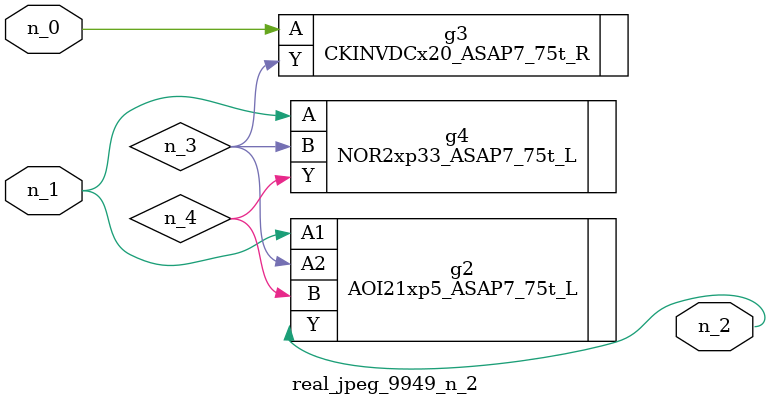
<source format=v>
module real_jpeg_9949_n_2 (n_1, n_0, n_2);

input n_1;
input n_0;

output n_2;

wire n_4;
wire n_3;

CKINVDCx20_ASAP7_75t_R g3 ( 
.A(n_0),
.Y(n_3)
);

AOI21xp5_ASAP7_75t_L g2 ( 
.A1(n_1),
.A2(n_3),
.B(n_4),
.Y(n_2)
);

NOR2xp33_ASAP7_75t_L g4 ( 
.A(n_1),
.B(n_3),
.Y(n_4)
);


endmodule
</source>
